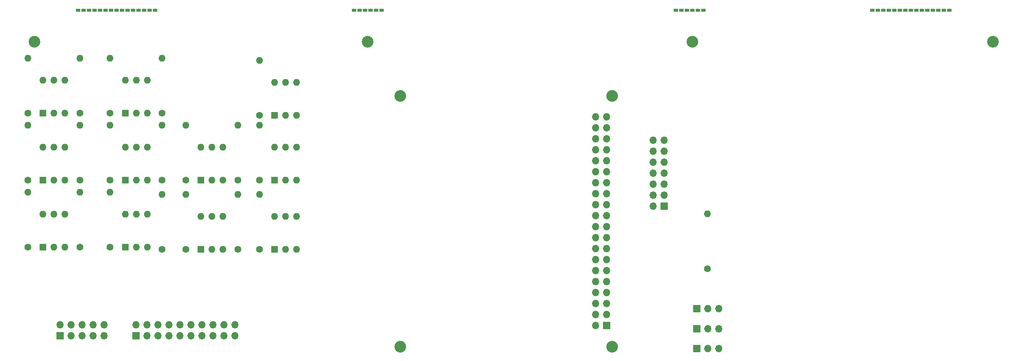
<source format=gbr>
G04 #@! TF.GenerationSoftware,KiCad,Pcbnew,(5.1.4-0-10_14)*
G04 #@! TF.CreationDate,2019-11-23T21:53:27+01:00*
G04 #@! TF.ProjectId,MVMEPI,4d564d45-5049-42e6-9b69-6361645f7063,rev?*
G04 #@! TF.SameCoordinates,Original*
G04 #@! TF.FileFunction,Soldermask,Bot*
G04 #@! TF.FilePolarity,Negative*
%FSLAX46Y46*%
G04 Gerber Fmt 4.6, Leading zero omitted, Abs format (unit mm)*
G04 Created by KiCad (PCBNEW (5.1.4-0-10_14)) date 2019-11-23 21:53:27*
%MOMM*%
%LPD*%
G04 APERTURE LIST*
%ADD10R,1.000000X0.750000*%
%ADD11O,1.700000X1.700000*%
%ADD12R,1.700000X1.700000*%
%ADD13O,1.600000X1.600000*%
%ADD14C,1.600000*%
%ADD15C,2.700000*%
%ADD16R,1.600000X1.600000*%
G04 APERTURE END LIST*
D10*
X193032508Y-58723730D03*
X191762508Y-58723730D03*
X190492508Y-58723730D03*
X189222508Y-58723730D03*
X187952508Y-58723730D03*
X186682508Y-58723730D03*
X118692508Y-58723730D03*
X117422508Y-58723730D03*
X116152508Y-58723730D03*
X114882508Y-58723730D03*
X113612508Y-58723730D03*
X112342508Y-58723730D03*
X249892508Y-58723730D03*
X232112508Y-58723730D03*
X233382508Y-58723730D03*
X234652508Y-58723730D03*
X235922508Y-58723730D03*
X237192508Y-58723730D03*
X238462508Y-58723730D03*
X239732508Y-58723730D03*
X248622508Y-58723730D03*
X247352508Y-58723730D03*
X246082508Y-58723730D03*
X244812508Y-58723730D03*
X243542508Y-58723730D03*
X242272508Y-58723730D03*
X241002508Y-58723730D03*
X66392508Y-58723730D03*
X48612508Y-58723730D03*
X49882508Y-58723730D03*
X51152508Y-58723730D03*
X52422508Y-58723730D03*
X53692508Y-58723730D03*
X54962508Y-58723730D03*
X56232508Y-58723730D03*
X65122508Y-58723730D03*
X63852508Y-58723730D03*
X62582508Y-58723730D03*
X61312508Y-58723730D03*
X60042508Y-58723730D03*
X58772508Y-58723730D03*
X57502508Y-58723730D03*
D11*
X168190000Y-83370000D03*
X170730000Y-83370000D03*
X168190000Y-85910000D03*
X170730000Y-85910000D03*
X168190000Y-88450000D03*
X170730000Y-88450000D03*
X168190000Y-90990000D03*
X170730000Y-90990000D03*
X168190000Y-93530000D03*
X170730000Y-93530000D03*
X168190000Y-96070000D03*
X170730000Y-96070000D03*
X168190000Y-98610000D03*
X170730000Y-98610000D03*
X168190000Y-101150000D03*
X170730000Y-101150000D03*
X168190000Y-103690000D03*
X170730000Y-103690000D03*
X168190000Y-106230000D03*
X170730000Y-106230000D03*
X168190000Y-108770000D03*
X170730000Y-108770000D03*
X168190000Y-111310000D03*
X170730000Y-111310000D03*
X168190000Y-113850000D03*
X170730000Y-113850000D03*
X168190000Y-116390000D03*
X170730000Y-116390000D03*
X168190000Y-118930000D03*
X170730000Y-118930000D03*
X168190000Y-121470000D03*
X170730000Y-121470000D03*
X168190000Y-124010000D03*
X170730000Y-124010000D03*
X168190000Y-126550000D03*
X170730000Y-126550000D03*
X168190000Y-129090000D03*
X170730000Y-129090000D03*
X168190000Y-131630000D03*
D12*
X170730000Y-131630000D03*
D13*
X90500000Y-101300000D03*
D14*
X90500000Y-114000000D03*
D11*
X196580000Y-127700000D03*
X194040000Y-127700000D03*
D12*
X191500000Y-127700000D03*
D11*
X196580000Y-132350000D03*
X194040000Y-132350000D03*
D12*
X191500000Y-132350000D03*
D11*
X196580000Y-137000000D03*
X194040000Y-137000000D03*
D12*
X191500000Y-137000000D03*
D15*
X259900000Y-66000000D03*
X190500000Y-66000000D03*
X115500000Y-66000000D03*
X38500000Y-66000000D03*
D11*
X181460000Y-88760000D03*
X184000000Y-88760000D03*
X181460000Y-91300000D03*
X184000000Y-91300000D03*
X181460000Y-93840000D03*
X184000000Y-93840000D03*
X181460000Y-96380000D03*
X184000000Y-96380000D03*
X181460000Y-98920000D03*
X184000000Y-98920000D03*
X181460000Y-101460000D03*
X184000000Y-101460000D03*
X181460000Y-104000000D03*
D12*
X184000000Y-104000000D03*
D11*
X54660000Y-131460000D03*
X54660000Y-134000000D03*
X52120000Y-131460000D03*
X52120000Y-134000000D03*
X49580000Y-131460000D03*
X49580000Y-134000000D03*
X47040000Y-131460000D03*
X47040000Y-134000000D03*
X44500000Y-131460000D03*
D12*
X44500000Y-134000000D03*
D15*
X123000000Y-78500000D03*
X123000000Y-136500000D03*
X172000000Y-78500000D03*
X172000000Y-136500000D03*
D12*
X62000000Y-134000000D03*
D11*
X62000000Y-131460000D03*
X64540000Y-134000000D03*
X64540000Y-131460000D03*
X67080000Y-134000000D03*
X67080000Y-131460000D03*
X69620000Y-134000000D03*
X69620000Y-131460000D03*
X72160000Y-134000000D03*
X72160000Y-131460000D03*
X74700000Y-134000000D03*
X74700000Y-131460000D03*
X77240000Y-134000000D03*
X77240000Y-131460000D03*
X79780000Y-134000000D03*
X79780000Y-131460000D03*
X82320000Y-134000000D03*
X82320000Y-131460000D03*
X84860000Y-134000000D03*
X84860000Y-131460000D03*
D14*
X37000000Y-113500000D03*
D13*
X37000000Y-100800000D03*
X37000000Y-85300000D03*
D14*
X37000000Y-98000000D03*
X37000000Y-82500000D03*
D13*
X37000000Y-69800000D03*
X56000000Y-100800000D03*
D14*
X56000000Y-113500000D03*
X49000000Y-113500000D03*
D13*
X49000000Y-100800000D03*
X49000000Y-85300000D03*
D14*
X49000000Y-98000000D03*
X49000000Y-82500000D03*
D13*
X49000000Y-69800000D03*
X68000000Y-101300000D03*
D14*
X68000000Y-114000000D03*
X194000000Y-118500000D03*
D13*
X194000000Y-105800000D03*
D14*
X90500000Y-98000000D03*
D13*
X90500000Y-85300000D03*
X90500000Y-70300000D03*
D14*
X90500000Y-83000000D03*
D13*
X56000000Y-85300000D03*
D14*
X56000000Y-98000000D03*
X56000000Y-82500000D03*
D13*
X56000000Y-69800000D03*
X73500000Y-101300000D03*
D14*
X73500000Y-114000000D03*
X73500000Y-98000000D03*
D13*
X73500000Y-85300000D03*
X68000000Y-85300000D03*
D14*
X68000000Y-98000000D03*
X68000000Y-82500000D03*
D13*
X68000000Y-69800000D03*
X85500000Y-101300000D03*
D14*
X85500000Y-114000000D03*
X85500000Y-98000000D03*
D13*
X85500000Y-85300000D03*
X40500000Y-105880000D03*
X45580000Y-113500000D03*
X43040000Y-105880000D03*
X43040000Y-113500000D03*
X45580000Y-105880000D03*
D16*
X40500000Y-113500000D03*
X40500000Y-98000000D03*
D13*
X45580000Y-90380000D03*
X43040000Y-98000000D03*
X43040000Y-90380000D03*
X45580000Y-98000000D03*
X40500000Y-90380000D03*
D16*
X40500000Y-82500000D03*
D13*
X45580000Y-74880000D03*
X43040000Y-82500000D03*
X43040000Y-74880000D03*
X45580000Y-82500000D03*
X40500000Y-74880000D03*
X59500000Y-105880000D03*
X64580000Y-113500000D03*
X62040000Y-105880000D03*
X62040000Y-113500000D03*
X64580000Y-105880000D03*
D16*
X59500000Y-113500000D03*
X94000000Y-114000000D03*
D13*
X99080000Y-106380000D03*
X96540000Y-114000000D03*
X96540000Y-106380000D03*
X99080000Y-114000000D03*
X94000000Y-106380000D03*
D16*
X94000000Y-98000000D03*
D13*
X99080000Y-90380000D03*
X96540000Y-98000000D03*
X96540000Y-90380000D03*
X99080000Y-98000000D03*
X94000000Y-90380000D03*
D16*
X94000000Y-83000000D03*
D13*
X99080000Y-75380000D03*
X96540000Y-83000000D03*
X96540000Y-75380000D03*
X99080000Y-83000000D03*
X94000000Y-75380000D03*
X59500000Y-90380000D03*
X64580000Y-98000000D03*
X62040000Y-90380000D03*
X62040000Y-98000000D03*
X64580000Y-90380000D03*
D16*
X59500000Y-98000000D03*
D13*
X59500000Y-74880000D03*
X64580000Y-82500000D03*
X62040000Y-74880000D03*
X62040000Y-82500000D03*
X64580000Y-74880000D03*
D16*
X59500000Y-82500000D03*
D13*
X77000000Y-106380000D03*
X82080000Y-114000000D03*
X79540000Y-106380000D03*
X79540000Y-114000000D03*
X82080000Y-106380000D03*
D16*
X77000000Y-114000000D03*
X76975001Y-98000000D03*
D13*
X82055001Y-90380000D03*
X79515001Y-98000000D03*
X79515001Y-90380000D03*
X82055001Y-98000000D03*
X76975001Y-90380000D03*
M02*

</source>
